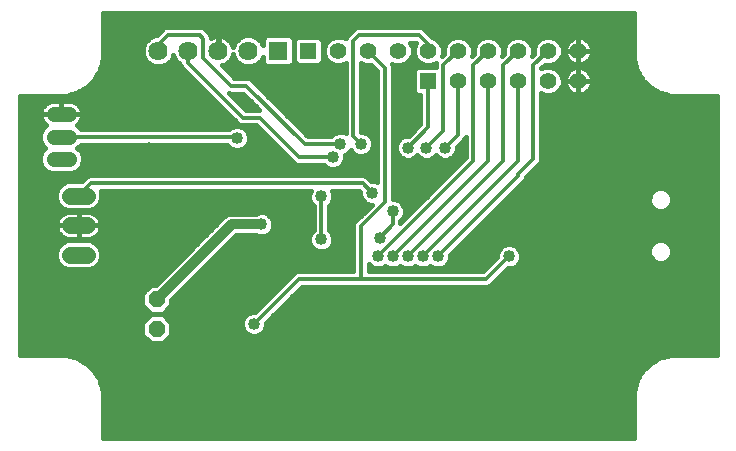
<source format=gbl>
G75*
G70*
%OFA0B0*%
%FSLAX24Y24*%
%IPPOS*%
%LPD*%
%AMOC8*
5,1,8,0,0,1.08239X$1,22.5*
%
%ADD10C,0.0560*%
%ADD11OC8,0.0560*%
%ADD12C,0.0516*%
%ADD13R,0.0640X0.0640*%
%ADD14C,0.0640*%
%ADD15R,0.0555X0.0555*%
%ADD16C,0.0555*%
%ADD17C,0.0160*%
%ADD18C,0.0400*%
%ADD19C,0.0320*%
%ADD20C,0.0120*%
D10*
X006269Y011057D02*
X006829Y011057D01*
X006829Y012041D02*
X006269Y012041D01*
X006269Y013025D02*
X006829Y013025D01*
D11*
X009158Y009580D03*
X009158Y008596D03*
D12*
X006231Y014245D02*
X005715Y014245D01*
X005715Y014993D02*
X006231Y014993D01*
X006231Y015745D02*
X005715Y015745D01*
D13*
X013205Y017856D03*
D14*
X012205Y017856D03*
X011205Y017856D03*
X010205Y017856D03*
X009205Y017856D03*
D15*
X014205Y017856D03*
X018205Y016856D03*
D16*
X019205Y016856D03*
X020205Y016856D03*
X020205Y017856D03*
X019205Y017856D03*
X018205Y017856D03*
X017205Y017856D03*
X016205Y017856D03*
X015205Y017856D03*
X021205Y017856D03*
X022205Y017856D03*
X023205Y017856D03*
X023205Y016856D03*
X022205Y016856D03*
X021205Y016856D03*
D17*
X007350Y006257D02*
X007350Y004957D01*
X025060Y004957D01*
X025060Y006257D01*
X025055Y006264D01*
X025060Y006339D01*
X025060Y006415D01*
X025060Y006460D01*
X025059Y006462D01*
X025060Y006466D01*
X025060Y006514D01*
X025078Y006577D01*
X025079Y006597D01*
X025084Y006601D01*
X025096Y006647D01*
X025092Y006657D01*
X025116Y006721D01*
X025130Y006788D01*
X025135Y006791D01*
X025155Y006865D01*
X025197Y006938D01*
X025209Y006970D01*
X025218Y006974D01*
X025240Y007013D01*
X025238Y007024D01*
X025274Y007072D01*
X025300Y007117D01*
X025312Y007139D01*
X025313Y007139D01*
X025336Y007180D01*
X025410Y007254D01*
X025439Y007292D01*
X025450Y007293D01*
X025480Y007324D01*
X025482Y007335D01*
X025520Y007363D01*
X025594Y007437D01*
X025634Y007461D01*
X025634Y007461D01*
X025657Y007473D01*
X025701Y007499D01*
X025749Y007535D01*
X025761Y007534D01*
X025799Y007556D01*
X025803Y007565D01*
X025835Y007577D01*
X025908Y007619D01*
X025983Y007639D01*
X025985Y007643D01*
X026052Y007658D01*
X026117Y007682D01*
X026126Y007677D01*
X026172Y007690D01*
X026177Y007695D01*
X026196Y007696D01*
X026260Y007713D01*
X026307Y007713D01*
X026312Y007714D01*
X026314Y007713D01*
X026359Y007713D01*
X026434Y007713D01*
X026510Y007718D01*
X026516Y007713D01*
X027816Y007713D01*
X027816Y016368D01*
X026516Y016368D01*
X026510Y016363D01*
X026434Y016368D01*
X026359Y016368D01*
X026314Y016368D01*
X026312Y016367D01*
X026307Y016368D01*
X026260Y016368D01*
X026196Y016385D01*
X026177Y016387D01*
X026172Y016392D01*
X026126Y016404D01*
X026117Y016400D01*
X026052Y016424D01*
X025985Y016438D01*
X025983Y016442D01*
X025908Y016462D01*
X025835Y016505D01*
X025803Y016516D01*
X025799Y016525D01*
X025761Y016548D01*
X025749Y016546D01*
X025701Y016582D01*
X025657Y016608D01*
X025634Y016620D01*
X025634Y016621D01*
X025594Y016644D01*
X025520Y016718D01*
X025482Y016746D01*
X025480Y016757D01*
X025450Y016788D01*
X025439Y016790D01*
X025410Y016828D01*
X025336Y016901D01*
X025313Y016942D01*
X025312Y016942D01*
X025300Y016965D01*
X023651Y016965D01*
X023652Y016963D02*
X023629Y017031D01*
X023597Y017095D01*
X023554Y017154D01*
X023503Y017204D01*
X023445Y017247D01*
X023381Y017280D01*
X023312Y017302D01*
X023241Y017313D01*
X023206Y017313D01*
X023206Y016856D01*
X023663Y016856D01*
X023663Y016892D01*
X023652Y016963D01*
X023663Y016855D02*
X023206Y016855D01*
X023206Y016856D01*
X023205Y016856D01*
X023205Y017313D01*
X023169Y017313D01*
X023098Y017302D01*
X023030Y017280D01*
X022966Y017247D01*
X022907Y017204D01*
X022856Y017154D01*
X022814Y017095D01*
X022781Y017031D01*
X022759Y016963D01*
X022748Y016892D01*
X022748Y016856D01*
X023205Y016856D01*
X023205Y016855D01*
X023206Y016855D01*
X023206Y016398D01*
X023241Y016398D01*
X023312Y016409D01*
X023381Y016432D01*
X023445Y016464D01*
X023503Y016507D01*
X023554Y016558D01*
X023597Y016616D01*
X023629Y016680D01*
X023652Y016748D01*
X023663Y016820D01*
X023663Y016855D01*
X023661Y016806D02*
X025426Y016806D01*
X025300Y016965D02*
X025274Y017009D01*
X025238Y017057D01*
X025240Y017069D01*
X025218Y017107D01*
X025209Y017111D01*
X025197Y017143D01*
X025155Y017216D01*
X025135Y017290D01*
X025130Y017293D01*
X025116Y017360D01*
X025092Y017424D01*
X025096Y017434D01*
X025084Y017480D01*
X025079Y017484D01*
X025078Y017504D01*
X025060Y017567D01*
X025060Y017615D01*
X025059Y017620D01*
X025060Y017621D01*
X025060Y017666D01*
X025060Y017742D01*
X025055Y017818D01*
X025060Y017824D01*
X025060Y019124D01*
X007350Y019124D01*
X007350Y017824D01*
X007356Y017818D01*
X007350Y017742D01*
X007350Y017666D01*
X007350Y017621D01*
X007351Y017620D01*
X007350Y017615D01*
X007350Y017567D01*
X007333Y017504D01*
X007332Y017484D01*
X007327Y017480D01*
X007314Y017434D01*
X007319Y017424D01*
X007295Y017360D01*
X007280Y017293D01*
X007276Y017290D01*
X007256Y017216D01*
X007214Y017143D01*
X007202Y017111D01*
X007193Y017107D01*
X007171Y017069D01*
X007172Y017057D01*
X007136Y017009D01*
X007111Y016965D01*
X010319Y016965D01*
X010477Y016806D02*
X006985Y016806D01*
X006972Y016790D02*
X007001Y016828D01*
X007074Y016901D01*
X007098Y016942D01*
X007099Y016942D01*
X007111Y016965D01*
X007206Y017124D02*
X010160Y017124D01*
X010002Y017282D02*
X007274Y017282D01*
X007316Y017441D02*
X008885Y017441D01*
X008911Y017415D02*
X009102Y017336D01*
X009309Y017336D01*
X009500Y017415D01*
X009646Y017561D01*
X009705Y017704D01*
X009765Y017561D01*
X009911Y017415D01*
X009945Y017400D01*
X009945Y017394D01*
X009985Y017299D01*
X011872Y015412D01*
X011968Y015372D01*
X012071Y015372D01*
X012474Y015372D01*
X013747Y014099D01*
X013843Y014060D01*
X013946Y014060D01*
X014714Y014060D01*
X014793Y013981D01*
X014940Y013920D01*
X015099Y013920D01*
X015246Y013981D01*
X015358Y014093D01*
X015419Y014240D01*
X015419Y014386D01*
X015496Y014418D01*
X015608Y014531D01*
X015613Y014542D01*
X015618Y014531D01*
X015730Y014418D01*
X015877Y014357D01*
X016036Y014357D01*
X016183Y014418D01*
X016296Y014531D01*
X016357Y014678D01*
X016357Y014837D01*
X016296Y014984D01*
X016183Y015096D01*
X016036Y015157D01*
X015967Y015157D01*
X015967Y017438D01*
X016110Y017378D01*
X016300Y017378D01*
X016311Y017382D01*
X016509Y017184D01*
X016509Y013492D01*
X016411Y013532D01*
X016300Y013532D01*
X016167Y013665D01*
X016071Y013705D01*
X015968Y013705D01*
X006905Y013705D01*
X006810Y013665D01*
X006736Y013592D01*
X006650Y013505D01*
X006174Y013505D01*
X005997Y013432D01*
X005862Y013297D01*
X005789Y013121D01*
X005789Y012930D01*
X005862Y012753D01*
X005997Y012618D01*
X006174Y012545D01*
X006925Y012545D01*
X007101Y012618D01*
X007236Y012753D01*
X007309Y012930D01*
X007309Y013121D01*
X007283Y013185D01*
X014285Y013185D01*
X014244Y013087D01*
X014244Y012928D01*
X014305Y012781D01*
X014384Y012701D01*
X014384Y011875D01*
X014305Y011796D01*
X014244Y011649D01*
X014244Y011490D01*
X014305Y011343D01*
X014418Y011231D01*
X014565Y011170D01*
X014724Y011170D01*
X014871Y011231D01*
X014983Y011343D01*
X015044Y011490D01*
X015044Y011649D01*
X014983Y011796D01*
X014904Y011875D01*
X014904Y012701D01*
X014983Y012781D01*
X015044Y012928D01*
X015044Y013087D01*
X015004Y013185D01*
X015912Y013185D01*
X015932Y013164D01*
X015932Y013053D01*
X015993Y012906D01*
X016105Y012793D01*
X016252Y012732D01*
X016314Y012732D01*
X015736Y012154D01*
X015697Y012059D01*
X015697Y011955D01*
X015697Y010517D01*
X013946Y010517D01*
X013843Y010517D01*
X013747Y010478D01*
X012427Y009157D01*
X012315Y009157D01*
X012168Y009096D01*
X012055Y008984D01*
X011994Y008837D01*
X011994Y008678D01*
X012055Y008531D01*
X012168Y008418D01*
X012315Y008357D01*
X012474Y008357D01*
X012621Y008418D01*
X012733Y008531D01*
X012794Y008678D01*
X012794Y008789D01*
X014002Y009997D01*
X015905Y009997D01*
X020093Y009997D01*
X020196Y009997D01*
X020292Y010037D01*
X020862Y010607D01*
X020974Y010607D01*
X021121Y010668D01*
X021233Y010781D01*
X021294Y010928D01*
X021294Y011087D01*
X021233Y011234D01*
X021121Y011346D01*
X020974Y011407D01*
X020815Y011407D01*
X020668Y011346D01*
X020555Y011234D01*
X020494Y011087D01*
X020494Y010975D01*
X020037Y010517D01*
X016217Y010517D01*
X016217Y010744D01*
X016293Y010668D01*
X016440Y010607D01*
X016599Y010607D01*
X016746Y010668D01*
X016769Y010691D01*
X016793Y010668D01*
X016940Y010607D01*
X017099Y010607D01*
X017246Y010668D01*
X017269Y010691D01*
X017293Y010668D01*
X017440Y010607D01*
X017599Y010607D01*
X017746Y010668D01*
X017769Y010691D01*
X017793Y010668D01*
X017940Y010607D01*
X018099Y010607D01*
X018246Y010668D01*
X018269Y010691D01*
X018293Y010668D01*
X018440Y010607D01*
X018599Y010607D01*
X018746Y010668D01*
X018858Y010781D01*
X018919Y010928D01*
X018919Y011039D01*
X021427Y013547D01*
X021467Y013643D01*
X021467Y013649D01*
X021927Y014110D01*
X021967Y014205D01*
X021967Y014309D01*
X021967Y016438D01*
X022110Y016378D01*
X022300Y016378D01*
X022476Y016451D01*
X022610Y016585D01*
X022683Y016761D01*
X022683Y016951D01*
X022610Y017126D01*
X022476Y017260D01*
X022300Y017333D01*
X022110Y017333D01*
X021967Y017274D01*
X022082Y017390D01*
X022110Y017378D01*
X022300Y017378D01*
X022476Y017451D01*
X022610Y017585D01*
X022683Y017761D01*
X022683Y017951D01*
X022610Y018126D01*
X022476Y018260D01*
X022300Y018333D01*
X022110Y018333D01*
X021935Y018260D01*
X021801Y018126D01*
X021728Y017951D01*
X021728Y017771D01*
X021658Y017701D01*
X021683Y017761D01*
X021683Y017951D01*
X021610Y018126D01*
X021476Y018260D01*
X021300Y018333D01*
X021110Y018333D01*
X020935Y018260D01*
X020801Y018126D01*
X020728Y017951D01*
X020728Y017771D01*
X020658Y017701D01*
X020683Y017761D01*
X020683Y017951D01*
X020610Y018126D01*
X020476Y018260D01*
X020300Y018333D01*
X020110Y018333D01*
X019935Y018260D01*
X019801Y018126D01*
X019728Y017951D01*
X019728Y017771D01*
X019658Y017701D01*
X019683Y017761D01*
X019683Y017951D01*
X019610Y018126D01*
X019476Y018260D01*
X019300Y018333D01*
X019110Y018333D01*
X018935Y018260D01*
X018801Y018126D01*
X018728Y017951D01*
X018728Y017771D01*
X018658Y017701D01*
X018683Y017761D01*
X018683Y017951D01*
X018610Y018126D01*
X018476Y018260D01*
X018319Y018325D01*
X018042Y018603D01*
X017946Y018642D01*
X017843Y018642D01*
X015946Y018642D01*
X015843Y018642D01*
X015747Y018603D01*
X015486Y018342D01*
X015456Y018269D01*
X015300Y018333D01*
X015110Y018333D01*
X014935Y018260D01*
X014801Y018126D01*
X014728Y017951D01*
X014728Y017761D01*
X014801Y017585D01*
X014935Y017451D01*
X015110Y017378D01*
X015300Y017378D01*
X015447Y017439D01*
X015447Y015116D01*
X015349Y015157D01*
X015190Y015157D01*
X015043Y015096D01*
X014964Y015017D01*
X014190Y015017D01*
X012292Y016915D01*
X012196Y016955D01*
X012093Y016955D01*
X011752Y016955D01*
X011335Y017372D01*
X011397Y017392D01*
X011467Y017428D01*
X011531Y017474D01*
X011587Y017530D01*
X011633Y017594D01*
X011669Y017664D01*
X011692Y017736D01*
X011765Y017561D01*
X011911Y017415D01*
X012102Y017336D01*
X012309Y017336D01*
X012500Y017415D01*
X012646Y017561D01*
X012685Y017656D01*
X012685Y017453D01*
X012802Y017336D01*
X013608Y017336D01*
X013725Y017453D01*
X013725Y018258D01*
X013608Y018376D01*
X012802Y018376D01*
X012685Y018258D01*
X012685Y018055D01*
X012646Y018150D01*
X012500Y018296D01*
X012309Y018376D01*
X012102Y018376D01*
X011911Y018296D01*
X011765Y018150D01*
X011692Y017975D01*
X011669Y018048D01*
X011633Y018118D01*
X011587Y018181D01*
X011531Y018237D01*
X011467Y018283D01*
X011397Y018319D01*
X011322Y018343D01*
X011245Y018356D01*
X011225Y018356D01*
X011225Y017876D01*
X011185Y017876D01*
X011185Y018356D01*
X011166Y018356D01*
X011088Y018343D01*
X011013Y018319D01*
X010967Y018295D01*
X010967Y018309D01*
X010927Y018404D01*
X010854Y018478D01*
X010729Y018603D01*
X010634Y018642D01*
X010530Y018642D01*
X009468Y018642D01*
X009372Y018603D01*
X009299Y018529D01*
X009145Y018376D01*
X009102Y018376D01*
X008911Y018296D01*
X008765Y018150D01*
X008685Y017959D01*
X008685Y017752D01*
X008765Y017561D01*
X008911Y017415D01*
X008749Y017599D02*
X007350Y017599D01*
X007351Y017758D02*
X008685Y017758D01*
X008685Y017916D02*
X007350Y017916D01*
X007350Y018075D02*
X008733Y018075D01*
X008848Y018233D02*
X007350Y018233D01*
X007350Y018392D02*
X009161Y018392D01*
X009320Y018550D02*
X007350Y018550D01*
X007350Y018709D02*
X025060Y018709D01*
X025060Y018868D02*
X007350Y018868D01*
X007350Y019026D02*
X025060Y019026D01*
X025060Y018550D02*
X018094Y018550D01*
X018252Y018392D02*
X025060Y018392D01*
X025060Y018233D02*
X023464Y018233D01*
X023445Y018247D02*
X023381Y018280D01*
X023312Y018302D01*
X023241Y018313D01*
X023206Y018313D01*
X023206Y017856D01*
X023663Y017856D01*
X023663Y017892D01*
X023652Y017963D01*
X023629Y018031D01*
X023597Y018095D01*
X023554Y018154D01*
X023503Y018204D01*
X023445Y018247D01*
X023607Y018075D02*
X025060Y018075D01*
X025060Y017916D02*
X023659Y017916D01*
X023663Y017855D02*
X023206Y017855D01*
X023206Y017856D01*
X023205Y017856D01*
X023205Y018313D01*
X023169Y018313D01*
X023098Y018302D01*
X023030Y018280D01*
X022966Y018247D01*
X022907Y018204D01*
X022856Y018154D01*
X022814Y018095D01*
X022781Y018031D01*
X022759Y017963D01*
X022748Y017892D01*
X022748Y017856D01*
X023205Y017856D01*
X023205Y017855D01*
X023206Y017855D01*
X023206Y017398D01*
X023241Y017398D01*
X023312Y017409D01*
X023381Y017432D01*
X023445Y017464D01*
X023503Y017507D01*
X023554Y017558D01*
X023597Y017616D01*
X023629Y017680D01*
X023652Y017748D01*
X023663Y017820D01*
X023663Y017855D01*
X023653Y017758D02*
X025059Y017758D01*
X025060Y017599D02*
X023584Y017599D01*
X023399Y017441D02*
X025094Y017441D01*
X025137Y017282D02*
X023373Y017282D01*
X023206Y017282D02*
X023205Y017282D01*
X023205Y017398D02*
X023205Y017855D01*
X022748Y017855D01*
X022748Y017820D01*
X022759Y017748D01*
X022781Y017680D01*
X022814Y017616D01*
X022856Y017558D01*
X022907Y017507D01*
X022966Y017464D01*
X023030Y017432D01*
X023098Y017409D01*
X023169Y017398D01*
X023205Y017398D01*
X023205Y017441D02*
X023206Y017441D01*
X023205Y017599D02*
X023206Y017599D01*
X023205Y017758D02*
X023206Y017758D01*
X023205Y017916D02*
X023206Y017916D01*
X023205Y018075D02*
X023206Y018075D01*
X023205Y018233D02*
X023206Y018233D01*
X022947Y018233D02*
X022503Y018233D01*
X022631Y018075D02*
X022804Y018075D01*
X022752Y017916D02*
X022683Y017916D01*
X022682Y017758D02*
X022758Y017758D01*
X022826Y017599D02*
X022616Y017599D01*
X022451Y017441D02*
X023012Y017441D01*
X023038Y017282D02*
X022423Y017282D01*
X022611Y017124D02*
X022835Y017124D01*
X022760Y016965D02*
X022677Y016965D01*
X022748Y016855D02*
X022748Y016820D01*
X022759Y016748D01*
X022781Y016680D01*
X022814Y016616D01*
X022856Y016558D01*
X022907Y016507D01*
X022966Y016464D01*
X023030Y016432D01*
X023098Y016409D01*
X023169Y016398D01*
X023205Y016398D01*
X023205Y016855D01*
X022748Y016855D01*
X022750Y016806D02*
X022683Y016806D01*
X022636Y016648D02*
X022798Y016648D01*
X022931Y016489D02*
X022514Y016489D01*
X021967Y016331D02*
X027816Y016331D01*
X027816Y016172D02*
X021967Y016172D01*
X021967Y016014D02*
X027816Y016014D01*
X027816Y015855D02*
X021967Y015855D01*
X021967Y015697D02*
X027816Y015697D01*
X027816Y015538D02*
X021967Y015538D01*
X021967Y015380D02*
X027816Y015380D01*
X027816Y015221D02*
X021967Y015221D01*
X021967Y015062D02*
X027816Y015062D01*
X027816Y014904D02*
X021967Y014904D01*
X021967Y014745D02*
X027816Y014745D01*
X027816Y014587D02*
X021967Y014587D01*
X021967Y014428D02*
X027816Y014428D01*
X027816Y014270D02*
X021967Y014270D01*
X021928Y014111D02*
X027816Y014111D01*
X027816Y013953D02*
X021770Y013953D01*
X021611Y013794D02*
X027816Y013794D01*
X027816Y013636D02*
X021464Y013636D01*
X021357Y013477D02*
X027816Y013477D01*
X027816Y013319D02*
X021198Y013319D01*
X021040Y013160D02*
X025669Y013160D01*
X025630Y013120D02*
X025736Y013226D01*
X025874Y013284D01*
X026024Y013284D01*
X026163Y013226D01*
X026269Y013120D01*
X026327Y012982D01*
X026327Y012832D01*
X026269Y012693D01*
X026163Y012587D01*
X026024Y012530D01*
X025874Y012530D01*
X025736Y012587D01*
X025630Y012693D01*
X025572Y012832D01*
X025572Y012982D01*
X025630Y013120D01*
X025580Y013001D02*
X020881Y013001D01*
X020723Y012843D02*
X025572Y012843D01*
X025638Y012684D02*
X020564Y012684D01*
X020406Y012526D02*
X027816Y012526D01*
X027816Y012684D02*
X026260Y012684D01*
X026327Y012843D02*
X027816Y012843D01*
X027816Y013001D02*
X026318Y013001D01*
X026230Y013160D02*
X027816Y013160D01*
X027816Y012367D02*
X020247Y012367D01*
X020089Y012209D02*
X027816Y012209D01*
X027816Y012050D02*
X019930Y012050D01*
X019771Y011892D02*
X027816Y011892D01*
X027816Y011733D02*
X019613Y011733D01*
X019454Y011575D02*
X027816Y011575D01*
X027816Y011416D02*
X026241Y011416D01*
X026269Y011388D02*
X026163Y011494D01*
X026024Y011552D01*
X025874Y011552D01*
X025736Y011494D01*
X025630Y011388D01*
X025572Y011249D01*
X025572Y011099D01*
X021289Y011099D01*
X021294Y010940D02*
X025650Y010940D01*
X025630Y010961D02*
X025736Y010855D01*
X025874Y010797D01*
X026024Y010797D01*
X026163Y010855D01*
X026269Y010961D01*
X026327Y011099D01*
X026327Y011249D01*
X026269Y011388D01*
X026323Y011257D02*
X027816Y011257D01*
X027816Y011099D02*
X026326Y011099D01*
X026249Y010940D02*
X027816Y010940D01*
X027816Y010782D02*
X021234Y010782D01*
X021013Y010623D02*
X027816Y010623D01*
X027816Y010465D02*
X020720Y010465D01*
X020561Y010306D02*
X027816Y010306D01*
X027816Y010148D02*
X020402Y010148D01*
X020143Y010623D02*
X018638Y010623D01*
X018401Y010623D02*
X018138Y010623D01*
X017901Y010623D02*
X017638Y010623D01*
X017401Y010623D02*
X017138Y010623D01*
X016901Y010623D02*
X016638Y010623D01*
X016401Y010623D02*
X016217Y010623D01*
X015697Y010623D02*
X010710Y010623D01*
X010552Y010465D02*
X013734Y010465D01*
X013576Y010306D02*
X010393Y010306D01*
X010235Y010148D02*
X013417Y010148D01*
X013259Y009989D02*
X010076Y009989D01*
X009918Y009831D02*
X013100Y009831D01*
X012942Y009672D02*
X009759Y009672D01*
X009638Y009551D02*
X011797Y011710D01*
X012468Y011710D01*
X012565Y011670D01*
X012724Y011670D01*
X012871Y011731D01*
X012983Y011843D01*
X013044Y011990D01*
X013044Y012149D01*
X012983Y012296D01*
X012871Y012409D01*
X012724Y012470D01*
X012565Y012470D01*
X012468Y012430D01*
X011719Y012430D01*
X011576Y012430D01*
X011444Y012375D01*
X009129Y010060D01*
X008959Y010060D01*
X008678Y009779D01*
X008678Y009381D01*
X008959Y009100D01*
X009357Y009100D01*
X009638Y009381D01*
X009638Y009551D01*
X009638Y009513D02*
X012783Y009513D01*
X012624Y009355D02*
X009612Y009355D01*
X009453Y009196D02*
X012466Y009196D01*
X012109Y009038D02*
X009395Y009038D01*
X009357Y009076D02*
X008959Y009076D01*
X008678Y008795D01*
X008678Y008397D01*
X008959Y008116D01*
X009357Y008116D01*
X009638Y008397D01*
X009638Y008795D01*
X009357Y009076D01*
X009553Y008879D02*
X012012Y008879D01*
X011994Y008721D02*
X009638Y008721D01*
X009638Y008562D02*
X012042Y008562D01*
X012202Y008404D02*
X009638Y008404D01*
X009486Y008245D02*
X027816Y008245D01*
X027816Y008087D02*
X004594Y008087D01*
X004594Y008245D02*
X008830Y008245D01*
X008678Y008404D02*
X004594Y008404D01*
X004594Y008562D02*
X008678Y008562D01*
X008678Y008721D02*
X004594Y008721D01*
X004594Y008879D02*
X008763Y008879D01*
X008921Y009038D02*
X004594Y009038D01*
X004594Y009196D02*
X008863Y009196D01*
X008704Y009355D02*
X004594Y009355D01*
X004594Y009513D02*
X008678Y009513D01*
X008678Y009672D02*
X004594Y009672D01*
X004594Y009831D02*
X008730Y009831D01*
X008888Y009989D02*
X004594Y009989D01*
X004594Y010148D02*
X009217Y010148D01*
X009375Y010306D02*
X004594Y010306D01*
X004594Y010465D02*
X009534Y010465D01*
X009692Y010623D02*
X007037Y010623D01*
X007101Y010650D02*
X007236Y010785D01*
X007309Y010961D01*
X007309Y011152D01*
X007236Y011329D01*
X007101Y011464D01*
X006925Y011537D01*
X006174Y011537D01*
X005997Y011464D01*
X005862Y011329D01*
X005789Y011152D01*
X005789Y010961D01*
X005862Y010785D01*
X005997Y010650D01*
X006174Y010577D01*
X006925Y010577D01*
X007101Y010650D01*
X007233Y010782D02*
X009851Y010782D01*
X010009Y010940D02*
X007300Y010940D01*
X007309Y011099D02*
X010168Y011099D01*
X010326Y011257D02*
X007266Y011257D01*
X007149Y011416D02*
X010485Y011416D01*
X010644Y011575D02*
X004594Y011575D01*
X004594Y011733D02*
X005927Y011733D01*
X005918Y011741D02*
X005970Y011690D01*
X006028Y011648D01*
X006093Y011615D01*
X006161Y011592D01*
X006233Y011581D01*
X006549Y011581D01*
X006549Y012041D01*
X005809Y012041D01*
X005809Y012005D01*
X005821Y011933D01*
X005843Y011864D01*
X005876Y011800D01*
X005918Y011741D01*
X005834Y011892D02*
X004594Y011892D01*
X004594Y012050D02*
X005809Y012050D01*
X005809Y012041D02*
X006549Y012041D01*
X006549Y012041D01*
X006549Y012041D01*
X006549Y011581D01*
X006865Y011581D01*
X006937Y011592D01*
X007006Y011615D01*
X007070Y011648D01*
X007129Y011690D01*
X007180Y011741D01*
X007223Y011800D01*
X007255Y011864D01*
X007278Y011933D01*
X007289Y012005D01*
X007289Y012041D01*
X006550Y012041D01*
X006550Y012041D01*
X007289Y012041D01*
X007289Y012077D01*
X007278Y012149D01*
X007255Y012218D01*
X007223Y012282D01*
X007180Y012341D01*
X007129Y012392D01*
X007070Y012434D01*
X007006Y012467D01*
X006937Y012490D01*
X006865Y012501D01*
X006549Y012501D01*
X006233Y012501D01*
X006161Y012490D01*
X006093Y012467D01*
X006028Y012434D01*
X005970Y012392D01*
X005918Y012341D01*
X005876Y012282D01*
X005843Y012218D01*
X005821Y012149D01*
X005809Y012077D01*
X005809Y012041D01*
X005840Y012209D02*
X004594Y012209D01*
X004594Y012367D02*
X005945Y012367D01*
X005931Y012684D02*
X004594Y012684D01*
X004594Y012526D02*
X014384Y012526D01*
X014384Y012684D02*
X007167Y012684D01*
X007273Y012843D02*
X014279Y012843D01*
X014244Y013001D02*
X007309Y013001D01*
X007293Y013160D02*
X014275Y013160D01*
X015014Y013160D02*
X015932Y013160D01*
X015953Y013001D02*
X015044Y013001D01*
X015009Y012843D02*
X016055Y012843D01*
X016266Y012684D02*
X014904Y012684D01*
X014904Y012526D02*
X016108Y012526D01*
X015949Y012367D02*
X014904Y012367D01*
X014904Y012209D02*
X015791Y012209D01*
X015697Y012050D02*
X014904Y012050D01*
X014904Y011892D02*
X015697Y011892D01*
X015697Y011733D02*
X015010Y011733D01*
X015044Y011575D02*
X015697Y011575D01*
X015697Y011416D02*
X015014Y011416D01*
X014898Y011257D02*
X015697Y011257D01*
X015697Y011099D02*
X011186Y011099D01*
X011028Y010940D02*
X015697Y010940D01*
X015697Y010782D02*
X010869Y010782D01*
X011345Y011257D02*
X014391Y011257D01*
X014275Y011416D02*
X011503Y011416D01*
X011662Y011575D02*
X014244Y011575D01*
X014279Y011733D02*
X012873Y011733D01*
X013003Y011892D02*
X014384Y011892D01*
X014384Y012050D02*
X013044Y012050D01*
X013020Y012209D02*
X014384Y012209D01*
X014384Y012367D02*
X012912Y012367D01*
X011436Y012367D02*
X007154Y012367D01*
X007258Y012209D02*
X011278Y012209D01*
X011119Y012050D02*
X007289Y012050D01*
X007264Y011892D02*
X010961Y011892D01*
X010802Y011733D02*
X007172Y011733D01*
X006549Y011733D02*
X006549Y011733D01*
X006549Y011892D02*
X006549Y011892D01*
X006549Y012041D02*
X006549Y012501D01*
X006549Y012041D01*
X006549Y012041D01*
X006549Y012050D02*
X006549Y012050D01*
X006549Y012209D02*
X006549Y012209D01*
X006549Y012367D02*
X006549Y012367D01*
X005825Y012843D02*
X004594Y012843D01*
X004594Y013001D02*
X005789Y013001D01*
X005805Y013160D02*
X004594Y013160D01*
X004594Y013319D02*
X005884Y013319D01*
X006105Y013477D02*
X004594Y013477D01*
X004594Y013636D02*
X006780Y013636D01*
X006736Y013592D02*
X006736Y013592D01*
X006490Y013857D02*
X006619Y013986D01*
X006689Y014154D01*
X006689Y014336D01*
X006619Y014505D01*
X006504Y014619D01*
X006618Y014733D01*
X011486Y014733D01*
X011493Y014718D01*
X011605Y014606D01*
X011752Y014545D01*
X011911Y014545D01*
X012058Y014606D01*
X012171Y014718D01*
X012232Y014865D01*
X012232Y015024D01*
X012171Y015171D01*
X012058Y015284D01*
X011911Y015345D01*
X011752Y015345D01*
X011605Y015284D01*
X011575Y015253D01*
X006618Y015253D01*
X006490Y015381D01*
X006480Y015386D01*
X006516Y015411D01*
X006565Y015460D01*
X006605Y015516D01*
X006637Y015577D01*
X006658Y015643D01*
X006669Y015711D01*
X006669Y015745D01*
X005973Y015745D01*
X005277Y015745D01*
X005277Y015711D01*
X005288Y015643D01*
X005310Y015577D01*
X005341Y015516D01*
X005381Y015460D01*
X005430Y015411D01*
X005466Y015386D01*
X005456Y015381D01*
X005327Y015253D01*
X005257Y015084D01*
X005257Y014902D01*
X005327Y014734D01*
X005442Y014619D01*
X005327Y014505D01*
X005257Y014336D01*
X005257Y014154D01*
X005327Y013986D01*
X005456Y013857D01*
X005624Y013788D01*
X006322Y013788D01*
X006490Y013857D01*
X006586Y013953D02*
X014860Y013953D01*
X015179Y013953D02*
X016509Y013953D01*
X016509Y014111D02*
X015366Y014111D01*
X015419Y014270D02*
X016509Y014270D01*
X016509Y014428D02*
X016194Y014428D01*
X016319Y014587D02*
X016509Y014587D01*
X016509Y014745D02*
X016357Y014745D01*
X016329Y014904D02*
X016509Y014904D01*
X016509Y015062D02*
X016217Y015062D01*
X015967Y015221D02*
X016509Y015221D01*
X016509Y015380D02*
X015967Y015380D01*
X015967Y015538D02*
X016509Y015538D01*
X016509Y015697D02*
X015967Y015697D01*
X015967Y015855D02*
X016509Y015855D01*
X016509Y016014D02*
X015967Y016014D01*
X015967Y016172D02*
X016509Y016172D01*
X016509Y016331D02*
X015967Y016331D01*
X015967Y016489D02*
X016509Y016489D01*
X016509Y016648D02*
X015967Y016648D01*
X015967Y016806D02*
X016509Y016806D01*
X016509Y016965D02*
X015967Y016965D01*
X015967Y017124D02*
X016509Y017124D01*
X016411Y017282D02*
X015967Y017282D01*
X015447Y017282D02*
X011425Y017282D01*
X011485Y017441D02*
X011885Y017441D01*
X011749Y017599D02*
X011636Y017599D01*
X011225Y017916D02*
X011185Y017916D01*
X011185Y018075D02*
X011225Y018075D01*
X011225Y018233D02*
X011185Y018233D01*
X010932Y018392D02*
X015536Y018392D01*
X015695Y018550D02*
X010781Y018550D01*
X011535Y018233D02*
X011848Y018233D01*
X011733Y018075D02*
X011655Y018075D01*
X012563Y018233D02*
X012685Y018233D01*
X012677Y018075D02*
X012685Y018075D01*
X012662Y017599D02*
X012685Y017599D01*
X012697Y017441D02*
X012526Y017441D01*
X012400Y016806D02*
X015447Y016806D01*
X015447Y016648D02*
X012559Y016648D01*
X012717Y016489D02*
X015447Y016489D01*
X015447Y016331D02*
X012876Y016331D01*
X013034Y016172D02*
X015447Y016172D01*
X015447Y016014D02*
X013193Y016014D01*
X013351Y015855D02*
X015447Y015855D01*
X015447Y015697D02*
X013510Y015697D01*
X013669Y015538D02*
X015447Y015538D01*
X015447Y015380D02*
X013827Y015380D01*
X013986Y015221D02*
X015447Y015221D01*
X015009Y015062D02*
X014144Y015062D01*
X013418Y014428D02*
X006651Y014428D01*
X006689Y014270D02*
X013577Y014270D01*
X013735Y014111D02*
X006671Y014111D01*
X006338Y013794D02*
X016509Y013794D01*
X016509Y013636D02*
X016196Y013636D01*
X017029Y013636D02*
X018780Y013636D01*
X018939Y013794D02*
X017029Y013794D01*
X017029Y013953D02*
X019097Y013953D01*
X019256Y014111D02*
X017029Y014111D01*
X017029Y014270D02*
X017349Y014270D01*
X017293Y014293D02*
X017440Y014232D01*
X017599Y014232D01*
X017746Y014293D01*
X017832Y014379D01*
X017918Y014293D01*
X018065Y014232D01*
X018224Y014232D01*
X018371Y014293D01*
X018457Y014379D01*
X018543Y014293D01*
X018690Y014232D01*
X018849Y014232D01*
X018996Y014293D01*
X019108Y014406D01*
X019169Y014553D01*
X019169Y014664D01*
X019426Y014921D01*
X019447Y014972D01*
X019447Y014302D01*
X017279Y012135D01*
X017279Y012201D01*
X017358Y012281D01*
X017419Y012428D01*
X017419Y012587D01*
X017358Y012734D01*
X017246Y012846D01*
X017099Y012907D01*
X017029Y012907D01*
X017029Y017240D01*
X017029Y017343D01*
X016995Y017426D01*
X017110Y017378D01*
X017300Y017378D01*
X017476Y017451D01*
X017610Y017585D01*
X017683Y017761D01*
X017683Y017951D01*
X017612Y018122D01*
X017787Y018122D01*
X017795Y018113D01*
X017728Y017951D01*
X017728Y017761D01*
X017801Y017585D01*
X017935Y017451D01*
X018110Y017378D01*
X018300Y017378D01*
X018449Y017440D01*
X018447Y017434D01*
X018447Y017333D01*
X017845Y017333D01*
X017728Y017216D01*
X017728Y016495D01*
X017845Y016378D01*
X017945Y016378D01*
X017945Y015426D01*
X017552Y015032D01*
X017440Y015032D01*
X017293Y014971D01*
X017180Y014859D01*
X017119Y014712D01*
X017119Y014553D01*
X017180Y014406D01*
X017293Y014293D01*
X017171Y014428D02*
X017029Y014428D01*
X017029Y014587D02*
X017119Y014587D01*
X017133Y014745D02*
X017029Y014745D01*
X017029Y014904D02*
X017225Y014904D01*
X017029Y015062D02*
X017582Y015062D01*
X017741Y015221D02*
X017029Y015221D01*
X017029Y015380D02*
X017899Y015380D01*
X017945Y015538D02*
X017029Y015538D01*
X017029Y015697D02*
X017945Y015697D01*
X017945Y015855D02*
X017029Y015855D01*
X017029Y016014D02*
X017945Y016014D01*
X017945Y016172D02*
X017029Y016172D01*
X017029Y016331D02*
X017945Y016331D01*
X017734Y016489D02*
X017029Y016489D01*
X017029Y016648D02*
X017728Y016648D01*
X017728Y016806D02*
X017029Y016806D01*
X017029Y016965D02*
X017728Y016965D01*
X017728Y017124D02*
X017029Y017124D01*
X017029Y017282D02*
X017794Y017282D01*
X017959Y017441D02*
X017451Y017441D01*
X017616Y017599D02*
X017795Y017599D01*
X017729Y017758D02*
X017682Y017758D01*
X017683Y017916D02*
X017728Y017916D01*
X017779Y018075D02*
X017631Y018075D01*
X018503Y018233D02*
X018908Y018233D01*
X018779Y018075D02*
X018631Y018075D01*
X018683Y017916D02*
X018728Y017916D01*
X018715Y017758D02*
X018682Y017758D01*
X019503Y018233D02*
X019908Y018233D01*
X019779Y018075D02*
X019631Y018075D01*
X019683Y017916D02*
X019728Y017916D01*
X019715Y017758D02*
X019682Y017758D01*
X020503Y018233D02*
X020908Y018233D01*
X020779Y018075D02*
X020631Y018075D01*
X020683Y017916D02*
X020728Y017916D01*
X020715Y017758D02*
X020682Y017758D01*
X021503Y018233D02*
X021908Y018233D01*
X021779Y018075D02*
X021631Y018075D01*
X021683Y017916D02*
X021728Y017916D01*
X021715Y017758D02*
X021682Y017758D01*
X021974Y017282D02*
X021987Y017282D01*
X021967Y017274D02*
X021967Y017274D01*
X023205Y017124D02*
X023206Y017124D01*
X023205Y016965D02*
X023206Y016965D01*
X023205Y016806D02*
X023206Y016806D01*
X023205Y016648D02*
X023206Y016648D01*
X023205Y016489D02*
X023206Y016489D01*
X023480Y016489D02*
X025862Y016489D01*
X025590Y016648D02*
X023613Y016648D01*
X023576Y017124D02*
X025204Y017124D01*
X019447Y014904D02*
X019409Y014904D01*
X019447Y014745D02*
X019250Y014745D01*
X019169Y014587D02*
X019447Y014587D01*
X019447Y014428D02*
X019118Y014428D01*
X018940Y014270D02*
X019414Y014270D01*
X018599Y014270D02*
X018315Y014270D01*
X017974Y014270D02*
X017690Y014270D01*
X017029Y013477D02*
X018622Y013477D01*
X018463Y013319D02*
X017029Y013319D01*
X017029Y013160D02*
X018304Y013160D01*
X018146Y013001D02*
X017029Y013001D01*
X017249Y012843D02*
X017987Y012843D01*
X017829Y012684D02*
X017379Y012684D01*
X017419Y012526D02*
X017670Y012526D01*
X017512Y012367D02*
X017394Y012367D01*
X017353Y012209D02*
X017287Y012209D01*
X018979Y011099D02*
X020499Y011099D01*
X020460Y010940D02*
X018919Y010940D01*
X018859Y010782D02*
X020301Y010782D01*
X020579Y011257D02*
X019137Y011257D01*
X019296Y011416D02*
X025658Y011416D01*
X025576Y011257D02*
X021210Y011257D01*
X025572Y011099D02*
X025630Y010961D01*
X027816Y009989D02*
X013994Y009989D01*
X013835Y009831D02*
X027816Y009831D01*
X027816Y009672D02*
X013677Y009672D01*
X013518Y009513D02*
X027816Y009513D01*
X027816Y009355D02*
X013360Y009355D01*
X013201Y009196D02*
X027816Y009196D01*
X027816Y009038D02*
X013043Y009038D01*
X012884Y008879D02*
X027816Y008879D01*
X027816Y008721D02*
X012794Y008721D01*
X012746Y008562D02*
X027816Y008562D01*
X027816Y008404D02*
X012586Y008404D01*
X007280Y006788D02*
X007295Y006721D01*
X007319Y006657D01*
X007314Y006647D01*
X007327Y006601D01*
X007332Y006597D01*
X007333Y006577D01*
X007350Y006514D01*
X007350Y006466D01*
X007351Y006462D01*
X007350Y006460D01*
X007350Y006415D01*
X007350Y006339D01*
X007356Y006264D01*
X007350Y006257D01*
X007350Y006184D02*
X025060Y006184D01*
X025060Y006026D02*
X007350Y006026D01*
X007350Y005867D02*
X025060Y005867D01*
X025060Y005708D02*
X007350Y005708D01*
X007350Y005550D02*
X025060Y005550D01*
X025060Y005391D02*
X007350Y005391D01*
X007350Y005233D02*
X025060Y005233D01*
X025060Y005074D02*
X007350Y005074D01*
X007350Y006343D02*
X025060Y006343D01*
X025060Y006501D02*
X007350Y006501D01*
X007318Y006660D02*
X025093Y006660D01*
X025142Y006818D02*
X007269Y006818D01*
X007276Y006791D02*
X007256Y006865D01*
X007214Y006938D01*
X007202Y006970D01*
X007193Y006974D01*
X007171Y007013D01*
X007172Y007024D01*
X007137Y007072D01*
X007111Y007117D01*
X007099Y007139D01*
X007098Y007139D01*
X007074Y007180D01*
X007001Y007254D01*
X006972Y007292D01*
X006961Y007293D01*
X006930Y007324D01*
X006929Y007335D01*
X006891Y007363D01*
X006817Y007437D01*
X006776Y007461D01*
X006754Y007474D01*
X006709Y007499D01*
X006661Y007535D01*
X006650Y007534D01*
X006611Y007556D01*
X006607Y007565D01*
X006576Y007577D01*
X006502Y007619D01*
X006428Y007639D01*
X006425Y007643D01*
X006358Y007658D01*
X006294Y007682D01*
X006285Y007677D01*
X006238Y007690D01*
X006234Y007695D01*
X006214Y007696D01*
X006151Y007713D01*
X006104Y007713D01*
X006099Y007714D01*
X006097Y007713D01*
X006052Y007713D01*
X005976Y007713D01*
X005901Y007718D01*
X005895Y007713D01*
X004594Y007713D01*
X004594Y016368D01*
X005895Y016368D01*
X005901Y016363D01*
X005976Y016368D01*
X006052Y016368D01*
X006097Y016368D01*
X006099Y016367D01*
X006103Y016368D01*
X006151Y016368D01*
X006214Y016385D01*
X006234Y016387D01*
X006238Y016392D01*
X006285Y016404D01*
X006294Y016400D01*
X006358Y016424D01*
X006425Y016438D01*
X006428Y016442D01*
X006502Y016462D01*
X006575Y016505D01*
X006607Y016516D01*
X006611Y016525D01*
X006650Y016548D01*
X006661Y016546D01*
X006709Y016582D01*
X006754Y016607D01*
X006776Y016620D01*
X006776Y016621D01*
X006817Y016644D01*
X006891Y016718D01*
X006929Y016746D01*
X006930Y016757D01*
X006961Y016788D01*
X006972Y016790D01*
X006821Y016648D02*
X010636Y016648D01*
X010794Y016489D02*
X006549Y016489D01*
X006399Y016151D02*
X006333Y016172D01*
X006265Y016183D01*
X005973Y016183D01*
X005681Y016183D01*
X005613Y016172D01*
X005547Y016151D01*
X005486Y016120D01*
X005430Y016079D01*
X005381Y016031D01*
X005341Y015975D01*
X005310Y015913D01*
X005288Y015848D01*
X005277Y015780D01*
X005277Y015746D01*
X005973Y015746D01*
X005973Y016183D01*
X005973Y015746D01*
X005973Y015746D01*
X005973Y015745D01*
X005973Y015746D01*
X006669Y015746D01*
X006669Y015780D01*
X006658Y015848D01*
X006637Y015913D01*
X006605Y015975D01*
X006565Y016031D01*
X006516Y016079D01*
X006460Y016120D01*
X006399Y016151D01*
X006334Y016172D02*
X011111Y016172D01*
X010953Y016331D02*
X004594Y016331D01*
X004594Y016172D02*
X005613Y016172D01*
X005369Y016014D02*
X004594Y016014D01*
X004594Y015855D02*
X005291Y015855D01*
X005280Y015697D02*
X004594Y015697D01*
X004594Y015538D02*
X005329Y015538D01*
X005454Y015380D02*
X004594Y015380D01*
X004594Y015221D02*
X005314Y015221D01*
X005257Y015062D02*
X004594Y015062D01*
X004594Y014904D02*
X005257Y014904D01*
X005322Y014745D02*
X004594Y014745D01*
X004594Y014587D02*
X005409Y014587D01*
X005296Y014428D02*
X004594Y014428D01*
X004594Y014270D02*
X005257Y014270D01*
X005275Y014111D02*
X004594Y014111D01*
X004594Y013953D02*
X005361Y013953D01*
X005608Y013794D02*
X004594Y013794D01*
X006537Y014587D02*
X011650Y014587D01*
X012013Y014587D02*
X013259Y014587D01*
X013101Y014745D02*
X012182Y014745D01*
X012232Y014904D02*
X012942Y014904D01*
X012784Y015062D02*
X012216Y015062D01*
X012121Y015221D02*
X012625Y015221D01*
X012579Y015892D02*
X012530Y015892D01*
X012127Y015892D01*
X011579Y016441D01*
X011593Y016435D01*
X012037Y016435D01*
X012579Y015892D01*
X012458Y016014D02*
X012005Y016014D01*
X011847Y016172D02*
X012299Y016172D01*
X012140Y016331D02*
X011688Y016331D01*
X011270Y016014D02*
X006577Y016014D01*
X006655Y015855D02*
X011429Y015855D01*
X011587Y015697D02*
X006666Y015697D01*
X006617Y015538D02*
X011746Y015538D01*
X011950Y015380D02*
X006492Y015380D01*
X005973Y015855D02*
X005973Y015855D01*
X005973Y016014D02*
X005973Y016014D01*
X005973Y016172D02*
X005973Y016172D01*
X009526Y017441D02*
X009885Y017441D01*
X009749Y017599D02*
X009662Y017599D01*
X011583Y017124D02*
X015447Y017124D01*
X015447Y016965D02*
X011742Y016965D01*
X013713Y017441D02*
X013782Y017441D01*
X013728Y017495D02*
X013845Y017378D01*
X014566Y017378D01*
X014683Y017495D01*
X014683Y018216D01*
X014566Y018333D01*
X013845Y018333D01*
X013728Y018216D01*
X013728Y017495D01*
X013725Y017599D02*
X013728Y017599D01*
X013725Y017758D02*
X013728Y017758D01*
X013725Y017916D02*
X013728Y017916D01*
X013725Y018075D02*
X013728Y018075D01*
X013725Y018233D02*
X013745Y018233D01*
X014665Y018233D02*
X014908Y018233D01*
X014779Y018075D02*
X014683Y018075D01*
X014683Y017916D02*
X014728Y017916D01*
X014729Y017758D02*
X014683Y017758D01*
X014683Y017599D02*
X014795Y017599D01*
X014959Y017441D02*
X014628Y017441D01*
X015506Y014428D02*
X015720Y014428D01*
X006960Y007294D02*
X025450Y007294D01*
X025310Y007135D02*
X007101Y007135D01*
X007192Y006977D02*
X025219Y006977D01*
X025620Y007452D02*
X006791Y007452D01*
X006776Y007461D02*
X006776Y007461D01*
X006516Y007611D02*
X025895Y007611D01*
X027816Y007769D02*
X004594Y007769D01*
X004594Y007928D02*
X027816Y007928D01*
X007280Y006788D02*
X007276Y006791D01*
X006062Y010623D02*
X004594Y010623D01*
X004594Y010782D02*
X005865Y010782D01*
X005798Y010940D02*
X004594Y010940D01*
X004594Y011099D02*
X005789Y011099D01*
X005833Y011257D02*
X004594Y011257D01*
X004594Y011416D02*
X005950Y011416D01*
D18*
X010019Y011570D03*
X011894Y012757D03*
X012644Y012070D03*
X012144Y011382D03*
X012644Y011132D03*
X012144Y010757D03*
X012644Y010507D03*
X012144Y010132D03*
X012394Y008757D03*
X012394Y008070D03*
X013769Y008070D03*
X013769Y006070D03*
X012394Y006070D03*
X009894Y006007D03*
X007544Y005348D03*
X004985Y007907D03*
X009894Y008257D03*
X013894Y011570D03*
X014644Y011570D03*
X015519Y011570D03*
X016582Y011632D03*
X016519Y011007D03*
X017019Y011007D03*
X017519Y011007D03*
X018019Y011007D03*
X018519Y011007D03*
X019082Y011007D03*
X020332Y011570D03*
X020894Y011007D03*
X022207Y010882D03*
X022707Y011882D03*
X023644Y012570D03*
X023644Y013070D03*
X024144Y013132D03*
X025894Y013757D03*
X025894Y012007D03*
X026894Y012007D03*
X025894Y010257D03*
X023582Y010632D03*
X023413Y008695D03*
X022644Y006132D03*
X024867Y005348D03*
X027426Y007907D03*
X021082Y012757D03*
X018769Y014632D03*
X018144Y014632D03*
X017519Y014632D03*
X017269Y015257D03*
X017832Y015570D03*
X016332Y015570D03*
X015957Y014757D03*
X015269Y014757D03*
X015019Y014320D03*
X014519Y013882D03*
X014644Y013007D03*
X015519Y013007D03*
X016332Y013132D03*
X017019Y012507D03*
X013394Y012757D03*
X011894Y013820D03*
X011832Y014945D03*
X012519Y014945D03*
X013269Y016132D03*
X014394Y015757D03*
X015144Y016757D03*
X016332Y017070D03*
X017644Y017320D03*
X012019Y016257D03*
X008894Y016257D03*
X008894Y014632D03*
X007544Y018734D03*
X016413Y008695D03*
X015769Y006132D03*
X017144Y006132D03*
X027426Y016174D03*
X024867Y018734D03*
D19*
X012644Y012070D02*
X011648Y012070D01*
X009158Y009580D01*
D20*
X012394Y008757D02*
X013894Y010257D01*
X015957Y010257D01*
X015957Y012007D01*
X016769Y012820D01*
X016769Y017292D01*
X016205Y017856D01*
X015707Y018195D02*
X015894Y018382D01*
X017894Y018382D01*
X018205Y018071D01*
X018205Y017856D01*
X018707Y017382D02*
X018707Y015195D01*
X018144Y014632D01*
X017519Y014632D02*
X018205Y015318D01*
X018205Y016856D01*
X018707Y017382D02*
X018769Y017445D01*
X018769Y017445D01*
X019180Y017856D01*
X019205Y017856D01*
X019707Y017382D02*
X019707Y014195D01*
X016519Y011007D01*
X017019Y011007D02*
X020205Y014193D01*
X020205Y016856D01*
X019707Y017382D02*
X020180Y017856D01*
X020205Y017856D01*
X020707Y017382D02*
X020707Y014195D01*
X017519Y011007D01*
X018019Y011007D02*
X021205Y014193D01*
X021205Y016856D01*
X020707Y017382D02*
X021180Y017856D01*
X021205Y017856D01*
X021707Y017382D02*
X021707Y014257D01*
X021207Y013757D01*
X021207Y013695D01*
X018519Y011007D01*
X020144Y010257D02*
X020894Y011007D01*
X020144Y010257D02*
X015957Y010257D01*
X016582Y011632D02*
X017019Y012070D01*
X017019Y012507D01*
X016332Y013132D02*
X016019Y013445D01*
X006957Y013445D01*
X006537Y013025D01*
X006549Y013025D01*
X005973Y014993D02*
X011756Y014993D01*
X011832Y014945D01*
X012019Y015632D02*
X010205Y017446D01*
X010205Y017856D01*
X010707Y017632D02*
X011644Y016695D01*
X012144Y016695D01*
X014082Y014757D01*
X015269Y014757D01*
X015707Y015007D02*
X015957Y014757D01*
X015707Y015007D02*
X015707Y018195D01*
X012582Y015632D02*
X013894Y014320D01*
X015019Y014320D01*
X014644Y013007D02*
X014644Y011570D01*
X018769Y014632D02*
X019205Y015068D01*
X019205Y016856D01*
X021707Y017382D02*
X022180Y017856D01*
X022205Y017856D01*
X012582Y015632D02*
X012019Y015632D01*
X010707Y017632D02*
X010707Y018257D01*
X010582Y018382D01*
X009519Y018382D01*
X009205Y018068D01*
X009205Y017856D01*
M02*

</source>
